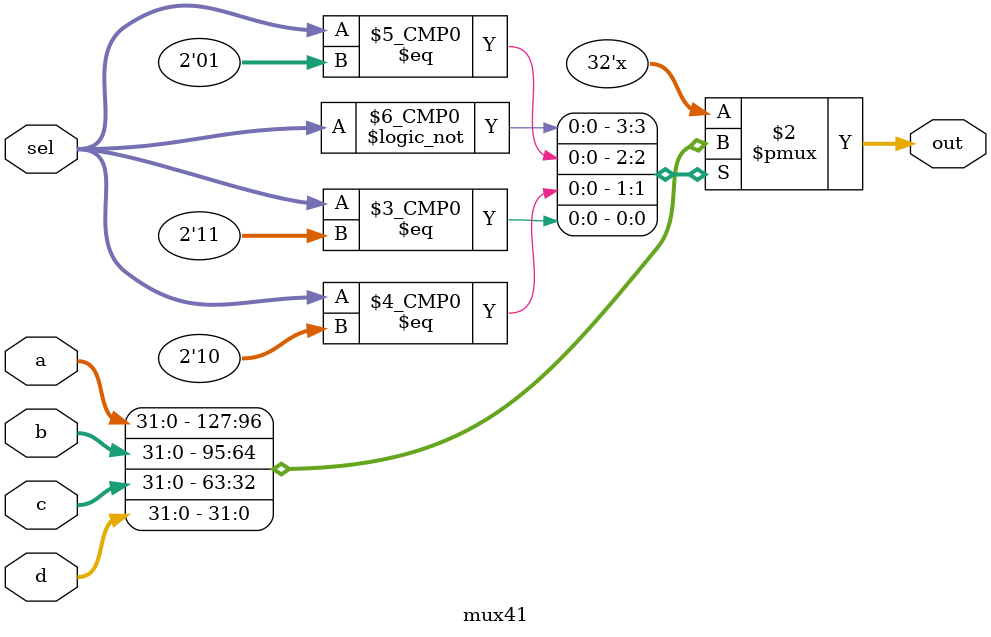
<source format=v>
module mux41(a, b, c, d, sel, out);
    parameter DATA_WIDTH = 32;
    input [DATA_WIDTH-1:0] a, b, c, d;
    input [1:0] sel;
    output reg [DATA_WIDTH-1:0] out;
    always @(*) begin
        case (sel)
            2'b00: out = a;
            2'b01: out = b;
            2'b10: out = c;
            2'b11: out = d;
            default: out = {DATA_WIDTH{1'b0}};
        endcase
    end
endmodule
</source>
